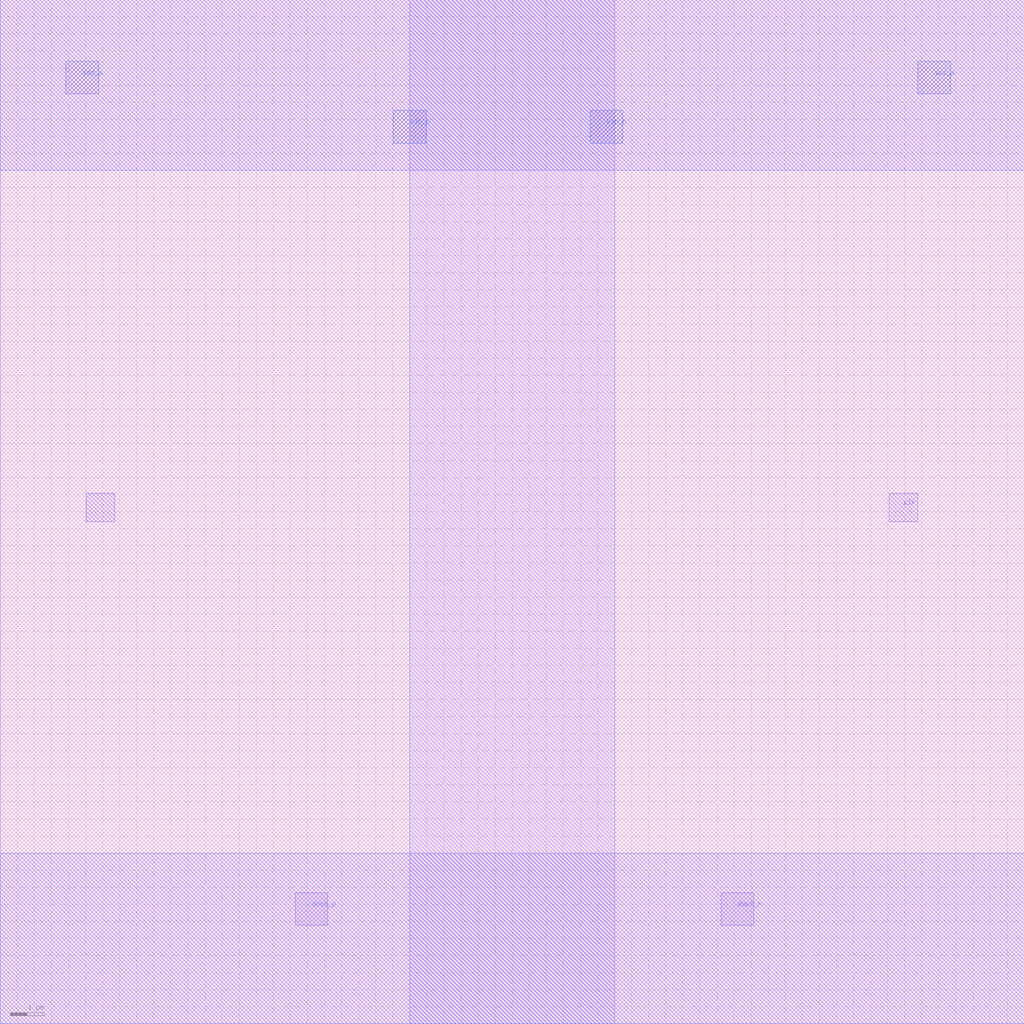
<source format=lef>
VERSION 5.8 ;
DIVIDERCHAR "/" ;
BUSBITCHARS "[]" ;

MACRO comp
  CLASS BLOCK ;
  FOREIGN comp 0 0 ;
  ORIGIN 0.000 0.000 ;
  SIZE 30.000 BY 30.000 ;
  SYMMETRY X Y ;

  # Input pins (vin_p, vin_n) - placed in upper area, grid-aligned
  PIN vin_p
    DIRECTION INPUT ;
    USE SIGNAL ;
    PORT
      LAYER Metal3 ;
        RECT 11.52 25.80 12.48 26.76 ;
    END
  END vin_p

  PIN vin_n
    DIRECTION INPUT ;
    USE SIGNAL ;
    PORT
      LAYER Metal3 ;
        RECT 17.28 25.80 18.24 26.76 ;
    END
  END vin_n

  # Output pins (dout_p, dout_n) - placed in lower area, grid-aligned
  PIN dout_p
    DIRECTION OUTPUT ;
    USE SIGNAL ;
    PORT
      LAYER Metal2 ;
        RECT 8.64 2.88 9.60 3.84 ;
    END
  END dout_p

  PIN dout_n
    DIRECTION OUTPUT ;
    USE SIGNAL ;
    PORT
      LAYER Metal2 ;
        RECT 21.12 2.88 22.08 3.84 ;
    END
  END dout_n

  # Clock pins - placed on left and right sides, grid-aligned
  PIN clk
    DIRECTION INPUT ;
    USE SIGNAL ;
    PORT
      LAYER Metal2 ;
        RECT 2.52 14.70 3.36 15.54 ;
      LAYER Metal2 ;
        RECT 26.04 14.70 26.88 15.54 ;
    END
  END clk

  # Power pins - placed in upper corners, grid-aligned
  PIN vdd_a
    DIRECTION INOUT ;
    USE SIGNAL ;
    PORT
      LAYER Metal3 ;
        RECT 1.92 27.24 2.88 28.20 ;
    END
  END vdd_a

  PIN vss_a
    DIRECTION INOUT ;
    USE SIGNAL ;
    PORT
      LAYER Metal3 ;
        RECT 26.88 27.24 27.84 28.20 ;
    END
  END vss_a

  OBS
    LAYER Metal1 ;
      RECT 0.000 0.000 30.000 30.000 ;
    LAYER Metal2 ;
      RECT 12.000 0.000 18.000 30.000 ;
    LAYER Metal3 ;
      RECT 0.000 0.000 30.000 5.000 ;
      RECT 0.000 25.000 30.000 30.000 ;
  END

END comp

END LIBRARY
</source>
